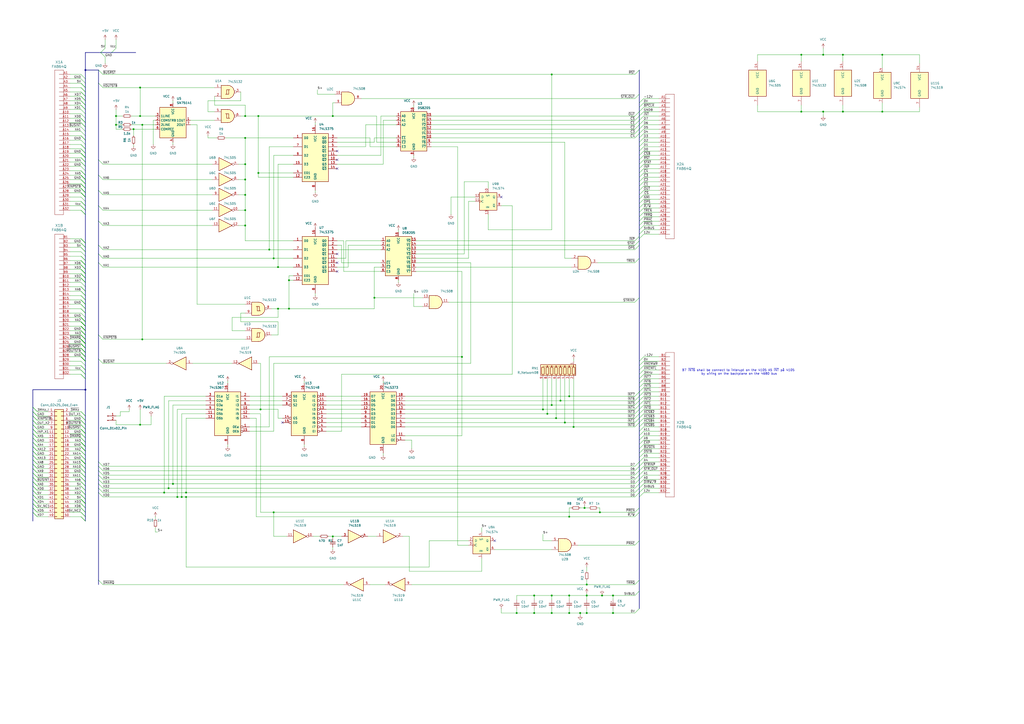
<source format=kicad_sch>
(kicad_sch
	(version 20250114)
	(generator "eeschema")
	(generator_version "9.0")
	(uuid "e1344761-a16d-4352-afe7-1fe017b9cf49")
	(paper "A2")
	(title_block
		(title "DataBoard 5076-00")
		(date "2025-10-20")
		(rev "v1.05")
		(company "SweProj")
		(comment 1 "Monty to 4680 int")
	)
	
	(text "B7 ~{INT6} shall be connect to interupt on the 4105 A5 ~{INT} på 4105 \nby wiring on the backplane on the 4680 bus"
		(exclude_from_sim no)
		(at 428.752 215.9 0)
		(effects
			(font
				(size 1.27 1.27)
			)
		)
		(uuid "805b891f-ed0c-4d60-a81a-baf6c48cd5f2")
	)
	(junction
		(at 49.53 226.06)
		(diameter 0)
		(color 0 0 0 0)
		(uuid "0248e787-6e1c-49e8-8b0b-0fc7558c67a5")
	)
	(junction
		(at 81.28 246.38)
		(diameter 0)
		(color 0 0 0 0)
		(uuid "05b763b4-6408-49b5-b87b-cda311d9b6ce")
	)
	(junction
		(at 339.09 294.64)
		(diameter 0)
		(color 0 0 0 0)
		(uuid "076d30f8-018c-402d-8d10-5dcfd3142667")
	)
	(junction
		(at 149.86 67.31)
		(diameter 0)
		(color 0 0 0 0)
		(uuid "244cec5f-57b0-4577-8df4-68a098bbbd43")
	)
	(junction
		(at 81.28 50.8)
		(diameter 0)
		(color 0 0 0 0)
		(uuid "2871969b-8769-4be0-a32e-a479d171a607")
	)
	(junction
		(at 217.17 172.72)
		(diameter 0)
		(color 0 0 0 0)
		(uuid "2aed1204-9991-4d21-9d3d-b1782b590b56")
	)
	(junction
		(at 320.04 234.95)
		(diameter 0)
		(color 0 0 0 0)
		(uuid "2f528888-c6ea-4d1f-9c69-5cb216669b09")
	)
	(junction
		(at 355.6 355.6)
		(diameter 0)
		(color 0 0 0 0)
		(uuid "35d8cc86-0511-42a3-8650-711c5366c23e")
	)
	(junction
		(at 299.72 355.6)
		(diameter 0)
		(color 0 0 0 0)
		(uuid "365dcba7-1ede-46d0-bfbb-0e40c98742de")
	)
	(junction
		(at 102.87 288.29)
		(diameter 0)
		(color 0 0 0 0)
		(uuid "3b35ce85-19d7-4a6c-a1d6-fd3efe2fa667")
	)
	(junction
		(at 488.95 31.75)
		(diameter 0)
		(color 0 0 0 0)
		(uuid "3f71e12f-9502-42fe-8fa4-76c17bf6f9ab")
	)
	(junction
		(at 488.95 64.77)
		(diameter 0)
		(color 0 0 0 0)
		(uuid "41c7bd49-d3fb-40d4-8025-9d740a1f1fb6")
	)
	(junction
		(at 193.04 67.31)
		(diameter 0)
		(color 0 0 0 0)
		(uuid "463a61d8-6573-4061-ace2-17272ca41461")
	)
	(junction
		(at 267.97 207.01)
		(diameter 0)
		(color 0 0 0 0)
		(uuid "4cd5d0fe-7726-4814-b42d-12e9eaa2c5eb")
	)
	(junction
		(at 105.41 288.29)
		(diameter 0)
		(color 0 0 0 0)
		(uuid "4d2d9c93-7574-427a-bcbc-2766a597db87")
	)
	(junction
		(at 314.96 237.49)
		(diameter 0)
		(color 0 0 0 0)
		(uuid "4e4e9243-eff3-42b4-89cc-a07be9ce7a32")
	)
	(junction
		(at 330.2 229.87)
		(diameter 0)
		(color 0 0 0 0)
		(uuid "502360e3-a7a8-451d-8409-c0be032151c1")
	)
	(junction
		(at 81.28 67.31)
		(diameter 0)
		(color 0 0 0 0)
		(uuid "536aeeca-5580-4e0e-984e-11306e10c7d8")
	)
	(junction
		(at 327.66 245.11)
		(diameter 0)
		(color 0 0 0 0)
		(uuid "58b03589-825d-4568-9d2e-19086bdcdb10")
	)
	(junction
		(at 477.52 31.75)
		(diameter 0)
		(color 0 0 0 0)
		(uuid "58eb98d7-c281-4785-bd70-f57fa4ffcbd6")
	)
	(junction
		(at 511.81 31.75)
		(diameter 0)
		(color 0 0 0 0)
		(uuid "59a0d944-b2af-4f7e-8f63-17d3a1503b5e")
	)
	(junction
		(at 340.36 345.44)
		(diameter 0)
		(color 0 0 0 0)
		(uuid "59aa40ac-4ad0-441d-b7a9-6a7cbadad7fe")
	)
	(junction
		(at 336.55 355.6)
		(diameter 0)
		(color 0 0 0 0)
		(uuid "5ce13f3b-69d9-49dd-993b-8335328d2433")
	)
	(junction
		(at 161.29 154.94)
		(diameter 0)
		(color 0 0 0 0)
		(uuid "5e59be98-c4fc-4a0e-bebe-1f5ef853b042")
	)
	(junction
		(at 317.5 240.03)
		(diameter 0)
		(color 0 0 0 0)
		(uuid "703f091a-355b-44bf-ba8c-efb457cac25d")
	)
	(junction
		(at 477.52 64.77)
		(diameter 0)
		(color 0 0 0 0)
		(uuid "742026d4-df07-4383-b04c-cadbe184b998")
	)
	(junction
		(at 100.33 280.67)
		(diameter 0)
		(color 0 0 0 0)
		(uuid "7592db09-49d4-4924-9d55-27d5340981bb")
	)
	(junction
		(at 107.95 288.29)
		(diameter 0)
		(color 0 0 0 0)
		(uuid "7a72217c-afb2-47fc-9abf-8714d39f2b34")
	)
	(junction
		(at 161.29 179.07)
		(diameter 0)
		(color 0 0 0 0)
		(uuid "7e5b2ada-dc72-4175-9977-de205741c7bc")
	)
	(junction
		(at 309.88 345.44)
		(diameter 0)
		(color 0 0 0 0)
		(uuid "863df668-b970-4b28-93c2-29ab8aecb9ba")
	)
	(junction
		(at 330.2 345.44)
		(diameter 0)
		(color 0 0 0 0)
		(uuid "875a4fdb-2964-40ff-ad73-10467ef58a3c")
	)
	(junction
		(at 511.81 64.77)
		(diameter 0)
		(color 0 0 0 0)
		(uuid "87eaac93-63a4-485f-aaed-3fb1d24ca7da")
	)
	(junction
		(at 97.79 283.21)
		(diameter 0)
		(color 0 0 0 0)
		(uuid "89d34fb8-0470-41db-a2bf-e1f261ec228e")
	)
	(junction
		(at 320.04 355.6)
		(diameter 0)
		(color 0 0 0 0)
		(uuid "8fe63b48-de2c-498e-88e6-28489917b8ae")
	)
	(junction
		(at 142.24 130.81)
		(diameter 0)
		(color 0 0 0 0)
		(uuid "92fbef43-2de5-455e-b680-b9b33ef4a881")
	)
	(junction
		(at 355.6 345.44)
		(diameter 0)
		(color 0 0 0 0)
		(uuid "94a6e341-7b90-4a89-a151-fbcd9c44d106")
	)
	(junction
		(at 330.2 355.6)
		(diameter 0)
		(color 0 0 0 0)
		(uuid "99b34b48-aefc-46c8-9da7-7925dd3e815b")
	)
	(junction
		(at 77.47 74.93)
		(diameter 0)
		(color 0 0 0 0)
		(uuid "9ac1f459-db68-4401-b018-7c2bea440953")
	)
	(junction
		(at 49.53 40.64)
		(diameter 0)
		(color 0 0 0 0)
		(uuid "9b78e78c-bfb5-45a2-9e0f-fec7ad8c0819")
	)
	(junction
		(at 142.24 113.03)
		(diameter 0)
		(color 0 0 0 0)
		(uuid "9f816032-29e2-4044-87e3-15f626160ab3")
	)
	(junction
		(at 67.31 72.39)
		(diameter 0)
		(color 0 0 0 0)
		(uuid "ae2d3e84-afce-4676-b513-c6bc572da133")
	)
	(junction
		(at 332.74 247.65)
		(diameter 0)
		(color 0 0 0 0)
		(uuid "b019e1bf-8ff3-4cf7-95bf-026af145c021")
	)
	(junction
		(at 142.24 104.14)
		(diameter 0)
		(color 0 0 0 0)
		(uuid "b0fa76ea-a212-4397-978c-b505bdca798a")
	)
	(junction
		(at 193.04 311.15)
		(diameter 0)
		(color 0 0 0 0)
		(uuid "b376419f-c74c-4466-a82c-2628c9bb67e1")
	)
	(junction
		(at 340.36 355.6)
		(diameter 0)
		(color 0 0 0 0)
		(uuid "b7faae5e-fa60-4060-97d6-c8e84614a341")
	)
	(junction
		(at 95.25 285.75)
		(diameter 0)
		(color 0 0 0 0)
		(uuid "bc9fd276-f409-482e-af5b-f6872115c91d")
	)
	(junction
		(at 158.75 149.86)
		(diameter 0)
		(color 0 0 0 0)
		(uuid "bde5f379-fcfc-49e0-a7df-dc1668ec539b")
	)
	(junction
		(at 142.24 95.25)
		(diameter 0)
		(color 0 0 0 0)
		(uuid "bf52f8c7-ae61-40c2-91f3-6e763423c660")
	)
	(junction
		(at 320.04 43.18)
		(diameter 0)
		(color 0 0 0 0)
		(uuid "bfe65633-8ae6-4e45-8383-47d5230ea082")
	)
	(junction
		(at 149.86 100.33)
		(diameter 0)
		(color 0 0 0 0)
		(uuid "c0f447b0-d538-4db2-ad79-b99289a6e89b")
	)
	(junction
		(at 347.98 297.18)
		(diameter 0)
		(color 0 0 0 0)
		(uuid "c502b7f9-7665-4e17-a0c7-60a03e9eddcc")
	)
	(junction
		(at 330.2 299.72)
		(diameter 0)
		(color 0 0 0 0)
		(uuid "c755e985-d194-4b5f-8811-d158ae813f2f")
	)
	(junction
		(at 82.55 72.39)
		(diameter 0)
		(color 0 0 0 0)
		(uuid "ca6b8ad1-5ec8-4ff6-a4d4-29b96d07bd77")
	)
	(junction
		(at 142.24 67.31)
		(diameter 0)
		(color 0 0 0 0)
		(uuid "cc14543c-c026-49ba-8e0e-722b86da38fe")
	)
	(junction
		(at 349.25 345.44)
		(diameter 0)
		(color 0 0 0 0)
		(uuid "ce90a040-e41f-4f5e-bc95-1dbdcfd15a5b")
	)
	(junction
		(at 67.31 67.31)
		(diameter 0)
		(color 0 0 0 0)
		(uuid "d0625e38-f200-46af-acbc-ac8b1c831df7")
	)
	(junction
		(at 151.13 237.49)
		(diameter 0)
		(color 0 0 0 0)
		(uuid "d0dccd0c-4e09-4027-9bdf-4e1aaef4722a")
	)
	(junction
		(at 464.82 64.77)
		(diameter 0)
		(color 0 0 0 0)
		(uuid "d1be2fa8-2492-491e-bacc-1b125f079b8a")
	)
	(junction
		(at 320.04 345.44)
		(diameter 0)
		(color 0 0 0 0)
		(uuid "d53f213e-8d37-48c3-9a1f-47923cc35ac8")
	)
	(junction
		(at 464.82 31.75)
		(diameter 0)
		(color 0 0 0 0)
		(uuid "d6b250d2-c821-4fb3-b815-58c0149bab00")
	)
	(junction
		(at 107.95 285.75)
		(diameter 0)
		(color 0 0 0 0)
		(uuid "d8cf58eb-05ae-49ad-a7c2-c5adf693f0a3")
	)
	(junction
		(at 322.58 242.57)
		(diameter 0)
		(color 0 0 0 0)
		(uuid "d904278e-3ecc-4cda-9a46-94a9afe21f7a")
	)
	(junction
		(at 325.12 232.41)
		(diameter 0)
		(color 0 0 0 0)
		(uuid "d99e1d91-20ce-4fa8-a718-b0e0b8db571c")
	)
	(junction
		(at 158.75 297.18)
		(diameter 0)
		(color 0 0 0 0)
		(uuid "da9d8871-79a0-42f2-9411-088f2f82ea4e")
	)
	(junction
		(at 340.36 339.09)
		(diameter 0)
		(color 0 0 0 0)
		(uuid "dab38522-c4d7-4334-b3af-bbf22201fcf5")
	)
	(junction
		(at 82.55 196.85)
		(diameter 0)
		(color 0 0 0 0)
		(uuid "dbe9aecd-2213-4d05-8afb-451484886798")
	)
	(junction
		(at 167.64 179.07)
		(diameter 0)
		(color 0 0 0 0)
		(uuid "dc559b71-63dd-4d60-afe6-1af294dbdd4d")
	)
	(junction
		(at 156.21 144.78)
		(diameter 0)
		(color 0 0 0 0)
		(uuid "dee762d4-b1c6-4ba0-814b-b918fe7d5971")
	)
	(junction
		(at 142.24 121.92)
		(diameter 0)
		(color 0 0 0 0)
		(uuid "ee6736de-23d0-4e8d-87d0-2997d5b9f9dc")
	)
	(junction
		(at 309.88 355.6)
		(diameter 0)
		(color 0 0 0 0)
		(uuid "f6fad894-c0ac-4004-8ab3-cbd2f9c9ce69")
	)
	(junction
		(at 167.64 162.56)
		(diameter 0)
		(color 0 0 0 0)
		(uuid "f801c657-6ced-4a58-b03d-8f558cc360b9")
	)
	(junction
		(at 142.24 80.01)
		(diameter 0)
		(color 0 0 0 0)
		(uuid "fd46a241-fe18-4a7b-a7bf-7fee70609123")
	)
	(no_connect
		(at 195.58 157.48)
		(uuid "09e04520-eccc-4f39-8ae7-935869baaedf")
	)
	(no_connect
		(at 195.58 92.71)
		(uuid "0a582aaa-687a-45b7-a409-093ac710658d")
	)
	(no_connect
		(at 195.58 87.63)
		(uuid "1b6c93b4-dbf8-418b-98dd-0722835823de")
	)
	(no_connect
		(at 195.58 152.4)
		(uuid "2b360dac-74e6-46f4-91d1-b6dad72aabb4")
	)
	(no_connect
		(at 163.83 245.11)
		(uuid "56a0eb0a-b57d-4aa4-b084-6b1ecb6e0141")
	)
	(no_connect
		(at 195.58 97.79)
		(uuid "6b5e20f7-02f4-4487-ba39-30e046acc394")
	)
	(no_connect
		(at 195.58 147.32)
		(uuid "76b99f86-79ec-447e-8a3b-de7e0eff834c")
	)
	(no_connect
		(at 290.83 114.3)
		(uuid "96fef367-56c8-4746-8e1f-85d7793b30e2")
	)
	(no_connect
		(at 287.02 313.69)
		(uuid "b52b27f9-4786-4313-bcb4-c5768e4e8763")
	)
	(bus_entry
		(at 373.38 283.21)
		(size -2.54 2.54)
		(stroke
			(width 0)
			(type default)
		)
		(uuid "00626d44-c8b8-4b38-9cde-71900294fd2e")
	)
	(bus_entry
		(at 46.99 163.83)
		(size 2.54 2.54)
		(stroke
			(width 0)
			(type default)
		)
		(uuid "00d3dff9-bb1b-4a60-b916-59bad80da8cc")
	)
	(bus_entry
		(at 373.38 85.09)
		(size -2.54 2.54)
		(stroke
			(width 0)
			(type default)
		)
		(uuid "01010636-6a17-42dd-9380-162e0e12f25b")
	)
	(bus_entry
		(at 57.15 128.27)
		(size 2.54 2.54)
		(stroke
			(width 0)
			(type default)
		)
		(uuid "017cd690-d748-4cd4-b37c-4887931a7193")
	)
	(bus_entry
		(at 21.59 292.1)
		(size -2.54 -2.54)
		(stroke
			(width 0)
			(type default)
		)
		(uuid "01c276da-ea1c-434c-9c20-906d58d35d38")
	)
	(bus_entry
		(at 21.59 274.32)
		(size -2.54 -2.54)
		(stroke
			(width 0)
			(type default)
		)
		(uuid "01e7af3a-b92a-4c78-8d85-f68f45590ab9")
	)
	(bus_entry
		(at 373.38 247.65)
		(size -2.54 2.54)
		(stroke
			(width 0)
			(type default)
		)
		(uuid "031b8c7d-43da-4ccc-a6fc-99f9fadd6342")
	)
	(bus_entry
		(at 373.38 275.59)
		(size -2.54 2.54)
		(stroke
			(width 0)
			(type default)
		)
		(uuid "03386a55-d652-4111-8401-59d94af188a8")
	)
	(bus_entry
		(at 46.99 91.44)
		(size 2.54 2.54)
		(stroke
			(width 0)
			(type default)
		)
		(uuid "03c7bd74-a880-44d5-9cfb-06f328dd7ea1")
	)
	(bus_entry
		(at 46.99 246.38)
		(size 2.54 2.54)
		(stroke
			(width 0)
			(type default)
		)
		(uuid "041591bb-fbb7-45f1-8b22-6b43ec72209c")
	)
	(bus_entry
		(at 46.99 81.28)
		(size 2.54 2.54)
		(stroke
			(width 0)
			(type default)
		)
		(uuid "051ee245-da2c-4d91-bec0-d87155db3b0c")
	)
	(bus_entry
		(at 373.38 105.41)
		(size -2.54 2.54)
		(stroke
			(width 0)
			(type default)
		)
		(uuid "0593435c-a3a6-4303-8ee1-e2f747df2db5")
	)
	(bus_entry
		(at 46.99 91.44)
		(size 2.54 2.54)
		(stroke
			(width 0)
			(type default)
		)
		(uuid "06a91598-7a99-4bf1-95fb-18942d459f97")
	)
	(bus_entry
		(at 373.38 62.23)
		(size -2.54 2.54)
		(stroke
			(width 0)
			(type default)
		)
		(uuid "07e61786-b53e-4eea-a736-399d1db323d2")
	)
	(bus_entry
		(at 21.59 279.4)
		(size -2.54 -2.54)
		(stroke
			(width 0)
			(type default)
		)
		(uuid "07e8641d-0f2a-4f0e-93b7-d69f7db98131")
	)
	(bus_entry
		(at 46.99 161.29)
		(size 2.54 2.54)
		(stroke
			(width 0)
			(type default)
		)
		(uuid "0940ac63-080f-40fb-a992-a56ae663be12")
	)
	(bus_entry
		(at 46.99 207.01)
		(size 2.54 2.54)
		(stroke
			(width 0)
			(type default)
		)
		(uuid "097d6681-8084-4981-bdfb-3dda3e61a594")
	)
	(bus_entry
		(at 46.99 48.26)
		(size 2.54 2.54)
		(stroke
			(width 0)
			(type default)
		)
		(uuid "0a57f88b-6a1e-4cf3-a03f-55d4ccfdc902")
	)
	(bus_entry
		(at 46.99 204.47)
		(size 2.54 2.54)
		(stroke
			(width 0)
			(type default)
		)
		(uuid "0b76dbbc-4e8b-4f3d-b6c1-201ca306b253")
	)
	(bus_entry
		(at 46.99 179.07)
		(size 2.54 2.54)
		(stroke
			(width 0)
			(type default)
		)
		(uuid "0c1e2bd8-f4ab-4827-bf99-02d43cf0f3dd")
	)
	(bus_entry
		(at 46.99 101.6)
		(size 2.54 2.54)
		(stroke
			(width 0)
			(type default)
		)
		(uuid "0d4c2366-f664-4261-b04e-587f987a2bd9")
	)
	(bus_entry
		(at 21.59 276.86)
		(size -2.54 -2.54)
		(stroke
			(width 0)
			(type default)
		)
		(uuid "0e0ebf8b-fc49-4929-92e4-44a6d890c5d9")
	)
	(bus_entry
		(at 373.38 72.39)
		(size -2.54 2.54)
		(stroke
			(width 0)
			(type default)
		)
		(uuid "0ebcffc0-8f68-4080-8c66-264c38c9b22f")
	)
	(bus_entry
		(at 368.3 299.72)
		(size 2.54 -2.54)
		(stroke
			(width 0)
			(type default)
		)
		(uuid "0f654034-395a-4d19-916d-a329ff744fe8")
	)
	(bus_entry
		(at 373.38 232.41)
		(size -2.54 2.54)
		(stroke
			(width 0)
			(type default)
		)
		(uuid "0f96745d-9cc4-47b0-b110-7258aa92c025")
	)
	(bus_entry
		(at 46.99 76.2)
		(size 2.54 2.54)
		(stroke
			(width 0)
			(type default)
		)
		(uuid "1078915f-6439-417b-9c09-0af14323030e")
	)
	(bus_entry
		(at 368.3 237.49)
		(size 2.54 -2.54)
		(stroke
			(width 0)
			(type default)
		)
		(uuid "10b50ae2-11a9-4577-bb67-5e34e174be8a")
	)
	(bus_entry
		(at 46.99 111.76)
		(size 2.54 2.54)
		(stroke
			(width 0)
			(type default)
		)
		(uuid "10b6aaa8-79fb-40f5-b39c-f98db5192fb8")
	)
	(bus_entry
		(at 46.99 196.85)
		(size 2.54 2.54)
		(stroke
			(width 0)
			(type default)
		)
		(uuid "111f3560-f1c8-4c76-a829-cd8de6a5d4b5")
	)
	(bus_entry
		(at 373.38 92.71)
		(size -2.54 2.54)
		(stroke
			(width 0)
			(type default)
		)
		(uuid "11347683-79b8-48fd-a357-e86bf63fa540")
	)
	(bus_entry
		(at 46.99 254)
		(size 2.54 2.54)
		(stroke
			(width 0)
			(type default)
		)
		(uuid "11d3c47a-0973-48c6-bb9b-cdbe3139fe76")
	)
	(bus_entry
		(at 46.99 151.13)
		(size 2.54 2.54)
		(stroke
			(width 0)
			(type default)
		)
		(uuid "135f014e-2d53-484b-914a-bcc89846cf8d")
	)
	(bus_entry
		(at 46.99 140.97)
		(size 2.54 2.54)
		(stroke
			(width 0)
			(type default)
		)
		(uuid "13633ca1-340c-41d8-a17e-34bcbdfcedfc")
	)
	(bus_entry
		(at 21.59 246.38)
		(size -2.54 -2.54)
		(stroke
			(width 0)
			(type default)
		)
		(uuid "1367a8d8-9045-4cf3-9379-85d14dde0422")
	)
	(bus_entry
		(at 46.99 68.58)
		(size 2.54 2.54)
		(stroke
			(width 0)
			(type default)
		)
		(uuid "139f2953-845c-4e83-a240-dc9aa7b98803")
	)
	(bus_entry
		(at 368.3 288.29)
		(size 2.54 -2.54)
		(stroke
			(width 0)
			(type default)
		)
		(uuid "1492a306-e0c8-44e7-92ec-713cba0da2fb")
	)
	(bus_entry
		(at 46.99 246.38)
		(size 2.54 2.54)
		(stroke
			(width 0)
			(type default)
		)
		(uuid "14e31da1-4a0f-4050-a56a-8bcae3701054")
	)
	(bus_entry
		(at 373.38 107.95)
		(size -2.54 2.54)
		(stroke
			(width 0)
			(type default)
		)
		(uuid "150e2540-5141-45d1-8fcc-ec13bc1102d8")
	)
	(bus_entry
		(at 46.99 156.21)
		(size 2.54 2.54)
		(stroke
			(width 0)
			(type default)
		)
		(uuid "15fd0750-caf0-4cd4-a8c1-fc91f704268b")
	)
	(bus_entry
		(at 21.59 299.72)
		(size -2.54 -2.54)
		(stroke
			(width 0)
			(type default)
		)
		(uuid "160a398b-b270-4563-9812-c8014ee4bdbb")
	)
	(bus_entry
		(at 46.99 71.12)
		(size 2.54 2.54)
		(stroke
			(width 0)
			(type default)
		)
		(uuid "1672067c-cc7e-4e91-a084-d1292833cc55")
	)
	(bus_entry
		(at 373.38 212.09)
		(size -2.54 2.54)
		(stroke
			(width 0)
			(type default)
		)
		(uuid "16784260-93bf-498e-8645-d92f98054600")
	)
	(bus_entry
		(at 368.3 57.15)
		(size 2.54 -2.54)
		(stroke
			(width 0)
			(type default)
		)
		(uuid "16e98c12-45af-4f12-a381-c9e28ca5a7e2")
	)
	(bus_entry
		(at 46.99 161.29)
		(size 2.54 2.54)
		(stroke
			(width 0)
			(type default)
		)
		(uuid "180497e6-0dec-4857-8da1-41c9fd29c24f")
	)
	(bus_entry
		(at 46.99 111.76)
		(size 2.54 2.54)
		(stroke
			(width 0)
			(type default)
		)
		(uuid "1863c0bc-0297-4b3f-8d89-36e432bc6394")
	)
	(bus_entry
		(at 46.99 101.6)
		(size 2.54 2.54)
		(stroke
			(width 0)
			(type default)
		)
		(uuid "18763c10-a0ec-4bcb-9ee3-deab99849a9b")
	)
	(bus_entry
		(at 46.99 153.67)
		(size 2.54 2.54)
		(stroke
			(width 0)
			(type default)
		)
		(uuid "1903439a-37e1-4847-a3c9-1a1a83fef5ba")
	)
	(bus_entry
		(at 46.99 109.22)
		(size 2.54 2.54)
		(stroke
			(width 0)
			(type default)
		)
		(uuid "19c34264-3bbc-44b3-a571-af40ad80a33b")
	)
	(bus_entry
		(at 57.15 273.05)
		(size 2.54 2.54)
		(stroke
			(width 0)
			(type default)
		)
		(uuid "19d59bf2-1ac4-4653-9454-51b64733611c")
	)
	(bus_entry
		(at 46.99 271.78)
		(size 2.54 2.54)
		(stroke
			(width 0)
			(type default)
		)
		(uuid "1a4cee83-a250-4104-b167-1ab56f8498c5")
	)
	(bus_entry
		(at 46.99 50.8)
		(size 2.54 2.54)
		(stroke
			(width 0)
			(type default)
		)
		(uuid "1a93bada-4844-452e-99d6-c620d51adafc")
	)
	(bus_entry
		(at 46.99 191.77)
		(size 2.54 2.54)
		(stroke
			(width 0)
			(type default)
		)
		(uuid "1c22a299-fc05-4dcb-a78b-7c836185f9fc")
	)
	(bus_entry
		(at 46.99 194.31)
		(size 2.54 2.54)
		(stroke
			(width 0)
			(type default)
		)
		(uuid "1c7129e4-56e0-4f34-ae92-a77fecaef49f")
	)
	(bus_entry
		(at 46.99 266.7)
		(size 2.54 2.54)
		(stroke
			(width 0)
			(type default)
		)
		(uuid "1ce85a2d-9093-441f-a80d-45b1093fd122")
	)
	(bus_entry
		(at 46.99 104.14)
		(size 2.54 2.54)
		(stroke
			(width 0)
			(type default)
		)
		(uuid "1d75b0cf-a08e-43d0-8dd7-cb5eb618a155")
	)
	(bus_entry
		(at 46.99 86.36)
		(size 2.54 2.54)
		(stroke
			(width 0)
			(type default)
		)
		(uuid "1d87f935-40e6-45e1-927a-54a2e971f946")
	)
	(bus_entry
		(at 368.3 297.18)
		(size 2.54 -2.54)
		(stroke
			(width 0)
			(type default)
		)
		(uuid "1e078c91-a23f-4a1a-93d2-86d8e9283bdd")
	)
	(bus_entry
		(at 46.99 212.09)
		(size 2.54 2.54)
		(stroke
			(width 0)
			(type default)
		)
		(uuid "1e2dcca7-660f-4c28-bd86-ec74edf7dfd1")
	)
	(bus_entry
		(at 46.99 256.54)
		(size 2.54 2.54)
		(stroke
			(width 0)
			(type default)
		)
		(uuid "1e6e4ebf-2373-488c-ad95-728f584442b0")
	)
	(bus_entry
		(at 46.99 207.01)
		(size 2.54 2.54)
		(stroke
			(width 0)
			(type default)
		)
		(uuid "1e9bc929-916a-4d38-bd1b-6ad6f6457cfb")
	)
	(bus_entry
		(at 46.99 287.02)
		(size 2.54 2.54)
		(stroke
			(width 0)
			(type default)
		)
		(uuid "1f116560-5cbf-4686-9c7a-645e0e57acaa")
	)
	(bus_entry
		(at 46.99 207.01)
		(size 2.54 2.54)
		(stroke
			(width 0)
			(type default)
		)
		(uuid "1f138f43-3f25-4248-baf6-b3ac0e717bff")
	)
	(bus_entry
		(at 46.99 58.42)
		(size 2.54 2.54)
		(stroke
			(width 0)
			(type default)
		)
		(uuid "21108084-5c42-43d3-b9c2-a4b6426bba5d")
	)
	(bus_entry
		(at 46.99 189.23)
		(size 2.54 2.54)
		(stroke
			(width 0)
			(type default)
		)
		(uuid "216192d2-cf6c-4d39-aab9-a2dfaad5326b")
	)
	(bus_entry
		(at 46.99 194.31)
		(size 2.54 2.54)
		(stroke
			(width 0)
			(type default)
		)
		(uuid "2195968f-4ef0-47e7-8f74-b0856cb8eb5e")
	)
	(bus_entry
		(at 368.3 152.4)
		(size 2.54 -2.54)
		(stroke
			(width 0)
			(type default)
		)
		(uuid "21ad1ee0-5c1a-4f58-8e42-c7a00911646a")
	)
	(bus_entry
		(at 21.59 254)
		(size -2.54 -2.54)
		(stroke
			(width 0)
			(type default)
		)
		(uuid "223620f5-8696-4c0f-a812-ea7efe9056f3")
	)
	(bus_entry
		(at 46.99 243.84)
		(size 2.54 2.54)
		(stroke
			(width 0)
			(type default)
		)
		(uuid "22f337ed-98dd-4f67-a1ae-393735204df5")
	)
	(bus_entry
		(at 373.38 257.81)
		(size -2.54 2.54)
		(stroke
			(width 0)
			(type default)
		)
		(uuid "2434477b-ac75-4d2b-ab66-b594f555c606")
	)
	(bus_entry
		(at 46.99 138.43)
		(size 2.54 2.54)
		(stroke
			(width 0)
			(type default)
		)
		(uuid "24767407-a575-4076-a4b0-9d6790043f65")
	)
	(bus_entry
		(at 46.99 55.88)
		(size 2.54 2.54)
		(stroke
			(width 0)
			(type default)
		)
		(uuid "2548ffc4-183b-4af0-a1ff-7bc0ab2225b0")
	)
	(bus_entry
		(at 46.99 259.08)
		(size 2.54 2.54)
		(stroke
			(width 0)
			(type default)
		)
		(uuid "2598968d-60a0-4a59-9aba-2582c2ed4065")
	)
	(bus_entry
		(at 21.59 266.7)
		(size -2.54 -2.54)
		(stroke
			(width 0)
			(type default)
		)
		(uuid "25bbf8af-a1d4-44e9-88af-ed8a5d437ebb")
	)
	(bus_entry
		(at 373.38 133.35)
		(size -2.54 2.54)
		(stroke
			(width 0)
			(type default)
		)
		(uuid "25c19b93-6600-4790-952e-d53e167fd1ec")
	)
	(bus_entry
		(at 58.42 30.48)
		(size 2.54 -2.54)
		(stroke
			(width 0)
			(type default)
		)
		(uuid "27212589-8ff6-4573-af04-7544fc54afa8")
	)
	(bus_entry
		(at 46.99 248.92)
		(size 2.54 2.54)
		(stroke
			(width 0)
			(type default)
		)
		(uuid "2779c4dd-d22d-4bda-9871-557cc49b7845")
	)
	(bus_entry
		(at 46.99 292.1)
		(size 2.54 2.54)
		(stroke
			(width 0)
			(type default)
		)
		(uuid "27b2faf0-dfaa-43f1-bdca-f6ef87047d64")
	)
	(bus_entry
		(at 21.59 238.76)
		(size -2.54 -2.54)
		(stroke
			(width 0)
			(type default)
		)
		(uuid "285940c4-8c93-4f67-a547-5b882ddb4f58")
	)
	(bus_entry
		(at 46.99 274.32)
		(size 2.54 2.54)
		(stroke
			(width 0)
			(type default)
		)
		(uuid "28f9be8d-b106-4d3d-b090-97a9db1b4447")
	)
	(bus_entry
		(at 46.99 256.54)
		(size 2.54 2.54)
		(stroke
			(width 0)
			(type default)
		)
		(uuid "2950bf02-f288-41aa-88ac-b6ebc7a545b2")
	)
	(bus_entry
		(at 46.99 78.74)
		(size 2.54 2.54)
		(stroke
			(width 0)
			(type default)
		)
		(uuid "2962df16-b266-4d3c-a2d0-31770a49f0c6")
	)
	(bus_entry
		(at 373.38 262.89)
		(size -2.54 2.54)
		(stroke
			(width 0)
			(type default)
		)
		(uuid "29778652-1cb4-48a4-bdeb-debe2291faa5")
	)
	(bus_entry
		(at 46.99 297.18)
		(size 2.54 2.54)
		(stroke
			(width 0)
			(type default)
		)
		(uuid "29dc60e2-006f-4aca-90c8-9a1cae72a1ee")
	)
	(bus_entry
		(at 46.99 196.85)
		(size 2.54 2.54)
		(stroke
			(width 0)
			(type default)
		)
		(uuid "2a8d5b9d-a0f4-4418-9042-3eaf4c2f8f82")
	)
	(bus_entry
		(at 46.99 248.92)
		(size 2.54 2.54)
		(stroke
			(width 0)
			(type default)
		)
		(uuid "2c5ebd50-08e3-4c29-8948-7d8088246260")
	)
	(bus_entry
		(at 46.99 217.17)
		(size 2.54 2.54)
		(stroke
			(width 0)
			(type default)
		)
		(uuid "2ebd8d8e-e7bf-455b-852d-f15030a16962")
	)
	(bus_entry
		(at 46.99 297.18)
		(size 2.54 2.54)
		(stroke
			(width 0)
			(type default)
		)
		(uuid "2ec1d3a2-eed6-465f-abce-9ab7d49e4f03")
	)
	(bus_entry
		(at 368.3 74.93)
		(size 2.54 -2.54)
		(stroke
			(width 0)
			(type default)
		)
		(uuid "2f651ebf-704b-44f7-8474-054047fd2984")
	)
	(bus_entry
		(at 21.59 243.84)
		(size -2.54 -2.54)
		(stroke
			(width 0)
			(type default)
		)
		(uuid "2fd6dbec-a21c-417c-97d2-ee742c3523bc")
	)
	(bus_entry
		(at 46.99 292.1)
		(size 2.54 2.54)
		(stroke
			(width 0)
			(type default)
		)
		(uuid "2fd6e204-635e-415c-bfe5-946789b0c7ee")
	)
	(bus_entry
		(at 21.59 287.02)
		(size -2.54 -2.54)
		(stroke
			(width 0)
			(type default)
		)
		(uuid "313e1e09-01b5-4d7c-a9bf-c2a8581d0a36")
	)
	(bus_entry
		(at 46.99 256.54)
		(size 2.54 2.54)
		(stroke
			(width 0)
			(type default)
		)
		(uuid "3184ec14-83f3-4311-bc22-d5107b134624")
	)
	(bus_entry
		(at 46.99 83.82)
		(size 2.54 2.54)
		(stroke
			(width 0)
			(type default)
		)
		(uuid "32b5501b-877c-45e3-a306-4caf69ac474d")
	)
	(bus_entry
		(at 46.99 181.61)
		(size 2.54 2.54)
		(stroke
			(width 0)
			(type default)
		)
		(uuid "32ce7ec4-27d5-412f-86a8-ae55e659bce0")
	)
	(bus_entry
		(at 21.59 251.46)
		(size -2.54 -2.54)
		(stroke
			(width 0)
			(type default)
		)
		(uuid "32e9ed9c-5694-488b-b227-acac4738aa43")
	)
	(bus_entry
		(at 57.15 275.59)
		(size 2.54 2.54)
		(stroke
			(width 0)
			(type default)
		)
		(uuid "3367f88c-beb1-4921-8a4f-767c66836d95")
	)
	(bus_entry
		(at 373.38 82.55)
		(size -2.54 2.54)
		(stroke
			(width 0)
			(type default)
		)
		(uuid "33a44909-5efc-45c3-9ccd-f654d2535065")
	)
	(bus_entry
		(at 373.38 115.57)
		(size -2.54 2.54)
		(stroke
			(width 0)
			(type default)
		)
		(uuid "33e62bc8-1a75-4691-acec-8d0bf228a7a0")
	)
	(bus_entry
		(at 46.99 104.14)
		(size 2.54 2.54)
		(stroke
			(width 0)
			(type default)
		)
		(uuid "341cd6a1-838e-4b28-9e59-735c0c7ae3a8")
	)
	(bus_entry
		(at 46.99 45.72)
		(size 2.54 2.54)
		(stroke
			(width 0)
			(type default)
		)
		(uuid "34dacd57-0856-4830-9ec6-142189317342")
	)
	(bus_entry
		(at 46.99 93.98)
		(size 2.54 2.54)
		(stroke
			(width 0)
			(type default)
		)
		(uuid "350a9437-3a3d-4762-a01c-aa629a128dcd")
	)
	(bus_entry
		(at 21.59 261.62)
		(size -2.54 -2.54)
		(stroke
			(width 0)
			(type default)
		)
		(uuid "35ea7997-a48c-4568-8fc1-68f8f48229f6")
	)
	(bus_entry
		(at 46.99 43.18)
		(size 2.54 2.54)
		(stroke
			(width 0)
			(type default)
		)
		(uuid "3757fc29-e979-4724-a6d9-c33e01c28ac4")
	)
	(bus_entry
		(at 21.59 259.08)
		(size -2.54 -2.54)
		(stroke
			(width 0)
			(type default)
		)
		(uuid "380840bd-5c2c-4863-b6d9-15f45867c5bf")
	)
	(bus_entry
		(at 21.59 241.3)
		(size -2.54 -2.54)
		(stroke
			(width 0)
			(type default)
		)
		(uuid "3828a0d9-d8b9-4898-8474-c0cb93308de7")
	)
	(bus_entry
		(at 60.96 33.02)
		(size -2.54 -2.54)
		(stroke
			(width 0)
			(type default)
		)
		(uuid "387654d5-80d2-46d9-8cd5-7f208f8856d5")
	)
	(bus_entry
		(at 46.99 238.76)
		(size 2.54 2.54)
		(stroke
			(width 0)
			(type default)
		)
		(uuid "38d4f8e4-ca47-4de2-aed5-296079b6f830")
	)
	(bus_entry
		(at 46.99 201.93)
		(size 2.54 2.54)
		(stroke
			(width 0)
			(type default)
		)
		(uuid "38e65adc-e2e5-4202-b4ff-fb964959940b")
	)
	(bus_entry
		(at 21.59 299.72)
		(size -2.54 -2.54)
		(stroke
			(width 0)
			(type default)
		)
		(uuid "39aaaa38-609c-4ebe-8807-6fa015137c0e")
	)
	(bus_entry
		(at 368.3 234.95)
		(size 2.54 -2.54)
		(stroke
			(width 0)
			(type default)
		)
		(uuid "39bf5ea4-8a66-440b-9970-83032b783066")
	)
	(bus_entry
		(at 57.15 267.97)
		(size 2.54 2.54)
		(stroke
			(width 0)
			(type default)
		)
		(uuid "3a33b77d-520a-4245-ad82-aad1cade0e77")
	)
	(bus_entry
		(at 373.38 280.67)
		(size -2.54 2.54)
		(stroke
			(width 0)
			(type default)
		)
		(uuid "3a4ebfa4-0877-4ac3-b0a2-bed0f49cb978")
	)
	(bus_entry
		(at 46.99 101.6)
		(size 2.54 2.54)
		(stroke
			(width 0)
			(type default)
		)
		(uuid "3ac78842-b82f-40ea-8f07-dbbb33f4013a")
	)
	(bus_entry
		(at 368.3 77.47)
		(size 2.54 -2.54)
		(stroke
			(width 0)
			(type default)
		)
		(uuid "3adabfd9-0611-40a4-870b-1277e0cc9612")
	)
	(bus_entry
		(at 21.59 276.86)
		(size -2.54 -2.54)
		(stroke
			(width 0)
			(type default)
		)
		(uuid "3b76a28c-9e70-4359-9ca6-fd325696d966")
	)
	(bus_entry
		(at 46.99 161.29)
		(size 2.54 2.54)
		(stroke
			(width 0)
			(type default)
		)
		(uuid "3c23edf2-00d5-4a0d-a4d8-3f4fca4ffc37")
	)
	(bus_entry
		(at 46.99 266.7)
		(size 2.54 2.54)
		(stroke
			(width 0)
			(type default)
		)
		(uuid "3c5bd003-a40c-4c22-9d5d-4961ebb6e862")
	)
	(bus_entry
		(at 21.59 256.54)
		(size -2.54 -2.54)
		(stroke
			(width 0)
			(type default)
		)
		(uuid "3c68256e-b1e5-48c0-a5cd-5548c42da3d7")
	)
	(bus_entry
		(at 46.99 55.88)
		(size 2.54 2.54)
		(stroke
			(width 0)
			(type default)
		)
		(uuid "3cf6f733-5ba4-4898-8c43-65bcdbe93104")
	)
	(bus_entry
		(at 46.99 199.39)
		(size 2.54 2.54)
		(stroke
			(width 0)
			(type default)
		)
		(uuid "3ddbfc5c-4b17-4a17-9baa-f4f40103b702")
	)
	(bus_entry
		(at 46.99 166.37)
		(size 2.54 2.54)
		(stroke
			(width 0)
			(type default)
		)
		(uuid "3deb1f7c-516a-48a3-818b-b961a5aaa518")
	)
	(bus_entry
		(at 21.59 281.94)
		(size -2.54 -2.54)
		(stroke
			(width 0)
			(type default)
		)
		(uuid "3f473e37-ee12-4131-aaca-ef51ea8143c1")
	)
	(bus_entry
		(at 46.99 259.08)
		(size 2.54 2.54)
		(stroke
			(width 0)
			(type default)
		)
		(uuid "3ff3a47e-c2d5-46ab-977c-b10226e85fff")
	)
	(bus_entry
		(at 46.99 199.39)
		(size 2.54 2.54)
		(stroke
			(width 0)
			(type default)
		)
		(uuid "40b73d98-f3a1-47fe-81b9-26da153f236e")
	)
	(bus_entry
		(at 46.99 191.77)
		(size 2.54 2.54)
		(stroke
			(width 0)
			(type default)
		)
		(uuid "413f3597-d0bd-451d-b357-ef8e6e1800da")
	)
	(bus_entry
		(at 21.59 238.76)
		(size -2.54 -2.54)
		(stroke
			(width 0)
			(type default)
		)
		(uuid "4171041b-24bc-4bb9-a42a-da5d4bf65cce")
	)
	(bus_entry
		(at 21.59 269.24)
		(size -2.54 -2.54)
		(stroke
			(width 0)
			(type default)
		)
		(uuid "418ce37a-2839-472f-9e3d-9e5ee02dbead")
	)
	(bus_entry
		(at 46.99 254)
		(size 2.54 2.54)
		(stroke
			(width 0)
			(type default)
		)
		(uuid "419b60db-276c-4645-8103-6514fda53534")
	)
	(bus_entry
		(at 21.59 248.92)
		(size -2.54 -2.54)
		(stroke
			(width 0)
			(type default)
		)
		(uuid "41d7fcd7-5c7c-4708-9371-09a3060a98d9")
	)
	(bus_entry
		(at 368.3 283.21)
		(size 2.54 -2.54)
		(stroke
			(width 0)
			(type default)
		)
		(uuid "424d5095-8b18-4cee-877d-57aebbc7a6b3")
	)
	(bus_entry
		(at 368.3 69.85)
		(size 2.54 -2.54)
		(stroke
			(width 0)
			(type default)
		)
		(uuid "425ca748-e295-4d3e-b9fb-7a69c8e0ab29")
	)
	(bus_entry
		(at 373.38 120.65)
		(size -2.54 2.54)
		(stroke
			(width 0)
			(type default)
		)
		(uuid "42fed9bf-863c-423c-a913-47a5194aa7f3")
	)
	(bus_entry
		(at 46.99 151.13)
		(size 2.54 2.54)
		(stroke
			(width 0)
			(type default)
		)
		(uuid "4392f26a-a7b8-459c-b930-bb8a8e3da582")
	)
	(bus_entry
		(at 368.3 273.05)
		(size 2.54 -2.54)
		(stroke
			(width 0)
			(type default)
		)
		(uuid "43cb0c0b-b1af-475a-adf1-204dc1ceddb4")
	)
	(bus_entry
		(at 46.99 204.47)
		(size 2.54 2.54)
		(stroke
			(width 0)
			(type default)
		)
		(uuid "447e3886-0a16-4470-8cd8-53149baba9e0")
	)
	(bus_entry
		(at 373.38 234.95)
		(size -2.54 2.54)
		(stroke
			(width 0)
			(type default)
		)
		(uuid "44990fda-78c9-4d67-b2b5-8fa0085dc1dd")
	)
	(bus_entry
		(at 46.99 199.39)
		(size 2.54 2.54)
		(stroke
			(width 0)
			(type default)
		)
		(uuid "450c4136-1cbb-4f49-99d9-b4b5af2c2baa")
	)
	(bus_entry
		(at 46.99 196.85)
		(size 2.54 2.54)
		(stroke
			(width 0)
			(type default)
		)
		(uuid "46189da3-b16f-4a2d-bf00-88a15d0ad4e4")
	)
	(bus_entry
		(at 373.38 95.25)
		(size -2.54 2.54)
		(stroke
			(width 0)
			(type default)
		)
		(uuid "46d30a5e-4ff2-4822-84e1-9e0aa0081e33")
	)
	(bus_entry
		(at 21.59 284.48)
		(size -2.54 -2.54)
		(stroke
			(width 0)
			(type default)
		)
		(uuid "47f5c9d1-4e94-4e70-9517-a9fe767ed20e")
	)
	(bus_entry
		(at 46.99 99.06)
		(size 2.54 2.54)
		(stroke
			(width 0)
			(type default)
		)
		(uuid "4859695f-7a52-4f34-b37c-20adef611ee6")
	)
	(bus_entry
		(at 46.99 248.92)
		(size 2.54 2.54)
		(stroke
			(width 0)
			(type default)
		)
		(uuid "4887b0df-6caf-4d5e-b648-1b8e0d701cad")
	)
	(bus_entry
		(at 46.99 274.32)
		(size 2.54 2.54)
		(stroke
			(width 0)
			(type default)
		)
		(uuid "48952063-1497-4d14-8fd5-acea618a5cee")
	)
	(bus_entry
		(at 46.99 116.84)
		(size 2.54 2.54)
		(stroke
			(width 0)
			(type default)
		)
		(uuid "48c7fcf8-3a59-40a0-a2e9-5e205c34f956")
	)
	(bus_entry
		(at 368.3 72.39)
		(size 2.54 -2.54)
		(stroke
			(width 0)
			(type default)
		)
		(uuid "48df48c6-3f7c-416a-be98-6584db4a3390")
	)
	(bus_entry
		(at 21.59 254)
		(size -2.54 -2.54)
		(stroke
			(width 0)
			(type default)
		)
		(uuid "495a8bd2-379d-4c73-91bb-563725db8a55")
	)
	(bus_entry
		(at 21.59 264.16)
		(size -2.54 -2.54)
		(stroke
			(width 0)
			(type default)
		)
		(uuid "4aea5074-ffe6-46dc-b4bd-264c6b7af3af")
	)
	(bus_entry
		(at 46.99 53.34)
		(size 2.54 2.54)
		(stroke
			(width 0)
			(type default)
		)
		(uuid "4af666ea-a427-491c-a44c-7187cb6469b8")
	)
	(bus_entry
		(at 373.38 128.27)
		(size -2.54 2.54)
		(stroke
			(width 0)
			(type default)
		)
		(uuid "4bfa998a-63df-486c-beb9-b4fd8ca82c96")
	)
	(bus_entry
		(at 373.38 270.51)
		(size -2.54 2.54)
		(stroke
			(width 0)
			(type default)
		)
		(uuid "4c1f70dc-9295-4f1e-b8c6-4a5a9667050a")
	)
	(bus_entry
		(at 46.99 189.23)
		(size 2.54 2.54)
		(stroke
			(width 0)
			(type default)
		)
		(uuid "4cbd3cd3-2a43-4cbd-be47-e169397bad2c")
	)
	(bus_entry
		(at 57.15 142.24)
		(size 2.54 2.54)
		(stroke
			(width 0)
			(type default)
		)
		(uuid "4cda1c6e-27d2-4210-a8c9-515f3e12fd5f")
	)
	(bus_entry
		(at 368.3 280.67)
		(size 2.54 -2.54)
		(stroke
			(width 0)
			(type default)
		)
		(uuid "4da7c820-093f-4495-bad6-708fdb6bbc89")
	)
	(bus_entry
		(at 373.38 77.47)
		(size -2.54 2.54)
		(stroke
			(width 0)
			(type default)
		)
		(uuid "4de8ad98-ea1c-4325-8d8c-43cd9d1515a1")
	)
	(bus_entry
		(at 368.3 275.59)
		(size 2.54 -2.54)
		(stroke
			(width 0)
			(type default)
		)
		(uuid "4e974353-3a4a-4193-84fb-b1a85ef2cb9b")
	)
	(bus_entry
		(at 21.59 279.4)
		(size -2.54 -2.54)
		(stroke
			(width 0)
			(type default)
		)
		(uuid "4feeb057-e13c-4317-9f76-8c465ffccbc9")
	)
	(bus_entry
		(at 46.99 184.15)
		(size 2.54 2.54)
		(stroke
			(width 0)
			(type default)
		)
		(uuid "4ffc3cda-2af7-4ed3-8b92-9f66ce907386")
	)
	(bus_entry
		(at 46.99 248.92)
		(size 2.54 2.54)
		(stroke
			(width 0)
			(type default)
		)
		(uuid "50923a0c-aef5-4297-9b39-4c9e9df55ad8")
	)
	(bus_entry
		(at 46.99 168.91)
		(size 2.54 2.54)
		(stroke
			(width 0)
			(type default)
		)
		(uuid "51cc21fd-3de7-4d42-a629-1a17f7d4a1e4")
	)
	(bus_entry
		(at 46.99 194.31)
		(size 2.54 2.54)
		(stroke
			(width 0)
			(type default)
		)
		(uuid "528483bd-58e6-438e-aa54-e9d4ebc88ee1")
	)
	(bus_entry
		(at 57.15 40.64)
		(size 2.54 2.54)
		(stroke
			(width 0)
			(type default)
		)
		(uuid "530b1d8e-e115-42fd-9cab-aa3e30413011")
	)
	(bus_entry
		(at 46.99 106.68)
		(size 2.54 2.54)
		(stroke
			(width 0)
			(type default)
		)
		(uuid "53f5badf-98b7-4bab-b057-b2585950e157")
	)
	(bus_entry
		(at 21.59 266.7)
		(size -2.54 -2.54)
		(stroke
			(width 0)
			(type default)
		)
		(uuid "546d4f34-e858-40f9-ae75-b5821df6b563")
	)
	(bus_entry
		(at 373.38 57.15)
		(size -2.54 2.54)
		(stroke
			(width 0)
			(type default)
		)
		(uuid "54978c8e-c048-470f-b5a8-87059742b891")
	)
	(bus_entry
		(at 46.99 101.6)
		(size 2.54 2.54)
		(stroke
			(width 0)
			(type default)
		)
		(uuid "562226de-7aff-4bef-a4db-4dad950223d4")
	)
	(bus_entry
		(at 373.38 267.97)
		(size -2.54 2.54)
		(stroke
			(width 0)
			(type default)
		)
		(uuid "56cb32ea-4b49-4995-bbfe-886231905ae1")
	)
	(bus_entry
		(at 46.99 194.31)
		(size 2.54 2.54)
		(stroke
			(width 0)
			(type default)
		)
		(uuid "57276792-8517-4add-a2dd-adfef7457111")
	)
	(bus_entry
		(at 368.3 270.51)
		(size 2.54 -2.54)
		(stroke
			(width 0)
			(type default)
		)
		(uuid "573558ec-322a-4ae4-9cd4-861d4823b150")
	)
	(bus_entry
		(at 46.99 153.67)
		(size 2.54 2.54)
		(stroke
			(width 0)
			(type default)
		)
		(uuid "57409178-1e12-4224-96e5-7f2f1cd502cb")
	)
	(bus_entry
		(at 46.99 66.04)
		(size 2.54 2.54)
		(stroke
			(width 0)
			(type default)
		)
		(uuid "58e87849-b1a2-405f-aab6-b64bc294985c")
	)
	(bus_entry
		(at 21.59 259.08)
		(size -2.54 -2.54)
		(stroke
			(width 0)
			(type default)
		)
		(uuid "591f913b-86d9-4427-8208-38d996e4129f")
	)
	(bus_entry
		(at 373.38 118.11)
		(size -2.54 2.54)
		(stroke
			(width 0)
			(type default)
		)
		(uuid "5a99b870-f390-4355-85e3-41cb54a3a327")
	)
	(bus_entry
		(at 373.38 278.13)
		(size -2.54 2.54)
		(stroke
			(width 0)
			(type default)
		)
		(uuid "5bc700e2-0031-4b2a-ba26-fbc635732156")
	)
	(bus_entry
		(at 46.99 146.05)
		(size 2.54 2.54)
		(stroke
			(width 0)
			(type default)
		)
		(uuid "5c3297a9-be8f-4cc7-aa88-3c279b81c349")
	)
	(bus_entry
		(at 46.99 156.21)
		(size 2.54 2.54)
		(stroke
			(width 0)
			(type default)
		)
		(uuid "5c956e3d-b18c-4484-aa33-d6fd63045160")
	)
	(bus_entry
		(at 368.3 80.01)
		(size 2.54 -2.54)
		(stroke
			(width 0)
			(type default)
		)
		(uuid "5d1542d2-842c-46a5-b2f5-5a5bb465d92e")
	)
	(bus_entry
		(at 57.15 208.28)
		(size 2.54 2.54)
		(stroke
			(width 0)
			(type default)
		)
		(uuid "5e0006aa-ceb4-4516-9f43-22d0593786f1")
	)
	(bus_entry
		(at 368.3 144.78)
		(size 2.54 -2.54)
		(stroke
			(width 0)
			(type default)
		)
		(uuid "5f867e0e-a923-4db1-9843-f4684abfb7ed")
	)
	(bus_entry
		(at 46.99 173.99)
		(size 2.54 2.54)
		(stroke
			(width 0)
			(type default)
		)
		(uuid "5fcdba7f-c1ec-4166-a063-d2551466f78c")
	)
	(bus_entry
		(at 46.99 186.69)
		(size 2.54 2.54)
		(stroke
			(width 0)
			(type default)
		)
		(uuid "5ffe9477-d7d9-4a78-b62c-09fa7efd47ac")
	)
	(bus_entry
		(at 46.99 196.85)
		(size 2.54 2.54)
		(stroke
			(width 0)
			(type default)
		)
		(uuid "617364e2-b9f2-47ee-ad9a-240289491ab2")
	)
	(bus_entry
		(at 368.3 339.09)
		(size 2.54 -2.54)
		(stroke
			(width 0)
			(type default)
		)
		(uuid "617a97da-0613-438c-8524-57483ccbe57a")
	)
	(bus_entry
		(at 373.38 237.49)
		(size -2.54 2.54)
		(stroke
			(width 0)
			(type default)
		)
		(uuid "61c3a101-0ce8-4e5a-83d3-8fb7c83921a8")
	)
	(bus_entry
		(at 46.99 153.67)
		(size 2.54 2.54)
		(stroke
			(width 0)
			(type default)
		)
		(uuid "6327393b-be79-4d8c-a969-9a833326411b")
	)
	(bus_entry
		(at 373.38 242.57)
		(size -2.54 2.54)
		(stroke
			(width 0)
			(type default)
		)
		(uuid "643fd9e1-a5c3-44ea-b759-7ffd76a47f49")
	)
	(bus_entry
		(at 57.15 48.26)
		(size 2.54 2.54)
		(stroke
			(width 0)
			(type default)
		)
		(uuid "65402f33-5c53-4aad-9ccd-3ba990b9405e")
	)
	(bus_entry
		(at 46.99 284.48)
		(size 2.54 2.54)
		(stroke
			(width 0)
			(type default)
		)
		(uuid "6681d5ce-ad69-4b25-9fe1-1dd7f79ea882")
	)
	(bus_entry
		(at 46.99 173.99)
		(size 2.54 2.54)
		(stroke
			(width 0)
			(type default)
		)
		(uuid "66dfa170-fba9-44aa-9c06-5dc545c6fa14")
	)
	(bus_entry
		(at 46.99 119.38)
		(size 2.54 2.54)
		(stroke
			(width 0)
			(type default)
		)
		(uuid "6745fc1c-1b41-44f1-ad04-2ad4809f3508")
	)
	(bus_entry
		(at 21.59 271.78)
		(size -2.54 -2.54)
		(stroke
			(width 0)
			(type default)
		)
		(uuid "67465f29-ef5a-46c1-a2f6-391f81022155")
	)
	(bus_entry
		(at 46.99 209.55)
		(size 2.54 2.54)
		(stroke
			(width 0)
			(type default)
		)
		(uuid "68e913e8-45bb-4272-a163-44cbc7d5d489")
	)
	(bus_entry
		(at 373.38 209.55)
		(size -2.54 2.54)
		(stroke
			(width 0)
			(type default)
		)
		(uuid "6af4272c-000a-4e52-9beb-2548f77bcab6")
	)
	(bus_entry
		(at 373.38 224.79)
		(size -2.54 2.54)
		(stroke
			(width 0)
			(type default)
		)
		(uuid "6c48abc1-6f7a-479a-bf86-2f83f0b80554")
	)
	(bus_entry
		(at 46.99 194.31)
		(size 2.54 2.54)
		(stroke
			(width 0)
			(type default)
		)
		(uuid "6de0c966-3d01-4fd5-8331-a6c7047a72c5")
	)
	(bus_entry
		(at 46.99 114.3)
		(size 2.54 2.54)
		(stroke
			(width 0)
			(type default)
		)
		(uuid "6ed5b6d7-2d26-45b7-8cab-e9205bb62f26")
	)
	(bus_entry
		(at 46.99 111.76)
		(size 2.54 2.54)
		(stroke
			(width 0)
			(type default)
		)
		(uuid "6eeb4dd0-cddb-42b6-b41e-359df3d4acea")
	)
	(bus_entry
		(at 46.99 176.53)
		(size 2.54 2.54)
		(stroke
			(width 0)
			(type default)
		)
		(uuid "6f690662-a692-4876-b152-98e243df4d8b")
	)
	(bus_entry
		(at 373.38 250.19)
		(size -2.54 2.54)
		(stroke
			(width 0)
			(type default)
		)
		(uuid "6fce74e4-9386-4b64-b744-e711c16c7730")
	)
	(bus_entry
		(at 46.99 184.15)
		(size 2.54 2.54)
		(stroke
			(width 0)
			(type default)
		)
		(uuid "6ff1e458-940e-4248-a106-f374a2dee9d6")
	)
	(bus_entry
		(at 21.59 248.92)
		(size -2.54 -2.54)
		(stroke
			(width 0)
			(type default)
		)
		(uuid "70cda8e8-d108-49d4-bb82-6801e3dc158d")
	)
	(bus_entry
		(at 373.38 69.85)
		(size -2.54 2.54)
		(stroke
			(width 0)
			(type default)
		)
		(uui
... [341078 chars truncated]
</source>
